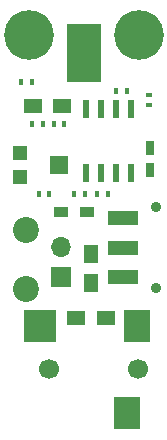
<source format=gbr>
G04 #@! TF.GenerationSoftware,KiCad,Pcbnew,(5.0-dev-4115-gdd04bcb)*
G04 #@! TF.CreationDate,2018-03-14T00:31:25-07:00*
G04 #@! TF.ProjectId,PCB-Condenser-Microphone,5043422D436F6E64656E7365722D4D69,1*
G04 #@! TF.SameCoordinates,Original*
G04 #@! TF.FileFunction,Soldermask,Top*
G04 #@! TF.FilePolarity,Negative*
%FSLAX46Y46*%
G04 Gerber Fmt 4.6, Leading zero omitted, Abs format (unit mm)*
G04 Created by KiCad (PCBNEW (5.0-dev-4115-gdd04bcb)) date Wednesday, March 14, 2018 at 12:31:25 AM*
%MOMM*%
%LPD*%
G01*
G04 APERTURE LIST*
%ADD10R,0.400000X0.600000*%
%ADD11R,0.750000X1.200000*%
%ADD12R,1.250000X1.500000*%
%ADD13R,1.500000X1.250000*%
%ADD14R,1.200000X0.900000*%
%ADD15C,1.700000*%
%ADD16R,2.200000X2.800000*%
%ADD17R,2.800000X2.800000*%
%ADD18C,2.200000*%
%ADD19R,0.600000X0.400000*%
%ADD20R,1.500000X1.600000*%
%ADD21R,1.200000X1.200000*%
%ADD22R,2.500000X1.250000*%
%ADD23C,0.900000*%
%ADD24R,0.600000X1.550000*%
%ADD25O,1.700000X1.700000*%
%ADD26R,1.700000X1.700000*%
%ADD27C,4.200000*%
%ADD28R,3.000000X5.000000*%
G04 APERTURE END LIST*
D10*
X122450000Y-58500000D03*
X121550000Y-58500000D03*
X123350000Y-58500000D03*
X124250000Y-58500000D03*
D11*
X131500000Y-62450000D03*
X131500000Y-60550000D03*
D12*
X126500000Y-69500000D03*
X126500000Y-72000000D03*
D13*
X121600000Y-57000000D03*
X124100000Y-57000000D03*
X127750000Y-75000000D03*
X125250000Y-75000000D03*
D14*
X126200000Y-66000000D03*
X124000000Y-66000000D03*
D15*
X123000000Y-79300000D03*
X130500000Y-79300000D03*
D16*
X129600000Y-83000000D03*
D17*
X122200000Y-75600000D03*
D16*
X130400000Y-75600000D03*
D18*
X121000000Y-67500000D03*
X121000000Y-72500000D03*
D10*
X123000000Y-64500000D03*
X122100000Y-64500000D03*
X128650000Y-55700000D03*
X129550000Y-55700000D03*
X121500000Y-55000000D03*
X120600000Y-55000000D03*
X127050000Y-64500000D03*
X127950000Y-64500000D03*
X126000000Y-64500000D03*
X125100000Y-64500000D03*
D19*
X131400000Y-56950000D03*
X131400000Y-56050000D03*
D20*
X123800000Y-62000000D03*
D21*
X120500000Y-63000000D03*
X120500000Y-61000000D03*
D22*
X129250000Y-71500000D03*
X129250000Y-69000000D03*
X129250000Y-66500000D03*
D23*
X132000000Y-72400000D03*
X132000000Y-65600000D03*
D24*
X129905000Y-62700000D03*
X128635000Y-62700000D03*
X127365000Y-62700000D03*
X126095000Y-62700000D03*
X126095000Y-57300000D03*
X127365000Y-57300000D03*
X128635000Y-57300000D03*
X129905000Y-57300000D03*
D25*
X124000000Y-68960000D03*
D26*
X124000000Y-71500000D03*
D27*
X130567486Y-51000000D03*
X121250000Y-51000000D03*
D28*
X125922463Y-52507055D03*
M02*

</source>
